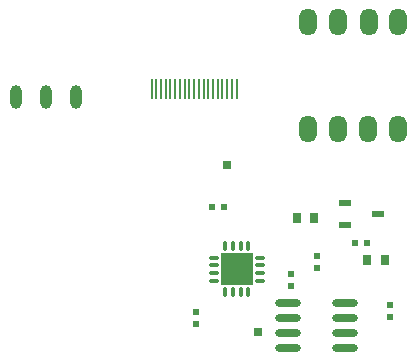
<source format=gtp>
G04 Layer_Color=8421504*
%FSLAX24Y24*%
%MOIN*%
G70*
G01*
G75*
%ADD11O,0.0083X0.0728*%
%ADD12O,0.0402X0.0787*%
%ADD13O,0.0598X0.0902*%
%ADD14R,0.0236X0.0197*%
%ADD15R,0.0197X0.0236*%
%ADD16O,0.0866X0.0236*%
%ADD17R,0.0276X0.0354*%
%ADD18R,0.1063X0.1063*%
%ADD19O,0.0118X0.0335*%
%ADD20O,0.0335X0.0118*%
%ADD21R,0.0300X0.0300*%
%ADD22R,0.0394X0.0236*%
D11*
X1290Y10280D02*
D03*
X1447D02*
D03*
X1605D02*
D03*
X1762D02*
D03*
X1920D02*
D03*
X2077D02*
D03*
X2235D02*
D03*
X2392D02*
D03*
X2550D02*
D03*
X2707D02*
D03*
X2865D02*
D03*
X3022D02*
D03*
X3180D02*
D03*
X3337D02*
D03*
X3495D02*
D03*
X3652D02*
D03*
X3810D02*
D03*
X3967D02*
D03*
X4125D02*
D03*
D12*
X-1230Y10000D02*
D03*
X-2238D02*
D03*
X-3230D02*
D03*
D13*
X9520Y8941D02*
D03*
X6520D02*
D03*
X8520D02*
D03*
X7520D02*
D03*
Y12500D02*
D03*
X8528D02*
D03*
X6520D02*
D03*
X9520D02*
D03*
D14*
X3697Y6340D02*
D03*
X3303D02*
D03*
X8477Y5150D02*
D03*
X8083D02*
D03*
D15*
X6790Y4697D02*
D03*
Y4303D02*
D03*
X5940Y4117D02*
D03*
Y3723D02*
D03*
X2760Y2847D02*
D03*
Y2453D02*
D03*
X9240Y2673D02*
D03*
Y3067D02*
D03*
D16*
X5845Y3150D02*
D03*
Y2650D02*
D03*
Y2150D02*
D03*
Y1650D02*
D03*
X7735Y3150D02*
D03*
Y2650D02*
D03*
Y2150D02*
D03*
Y1650D02*
D03*
D17*
X6125Y5970D02*
D03*
X6715D02*
D03*
X8485Y4570D02*
D03*
X9075D02*
D03*
D18*
X4128Y4276D02*
D03*
D19*
X3744Y5044D02*
D03*
X4000D02*
D03*
X4256D02*
D03*
X4512D02*
D03*
Y3508D02*
D03*
X4256D02*
D03*
X4000D02*
D03*
X3744D02*
D03*
D20*
X4895Y4660D02*
D03*
Y4404D02*
D03*
Y4148D02*
D03*
Y3892D02*
D03*
X3360D02*
D03*
Y4148D02*
D03*
Y4404D02*
D03*
Y4660D02*
D03*
D21*
X4840Y2180D02*
D03*
X3810Y7740D02*
D03*
D22*
X7749Y6494D02*
D03*
Y5746D02*
D03*
X8851Y6120D02*
D03*
M02*

</source>
